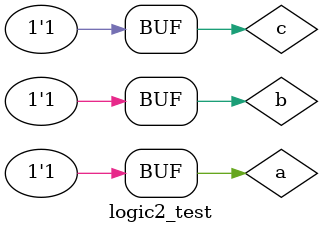
<source format=v>
module logic2_test;
    reg a, b, c;
    wire d;

    logic2 test(a, b, c, d);

    initial 
    begin
        a = 0; b = 0; c = 0;
        #10;
        a = 0; b = 0; c = 1;
        #10;
        a = 0; b = 1; c = 0;
        #10;
        a = 0; b = 1; c = 1;
        #10;
        a = 1; b = 0; c = 0;
        #10;
        a = 1; b = 0; c = 1;
        #10;
        a = 1; b = 1; c = 0;
        #10;
        a = 1; b = 1; c = 1;
        #10;
    end
endmodule


</source>
